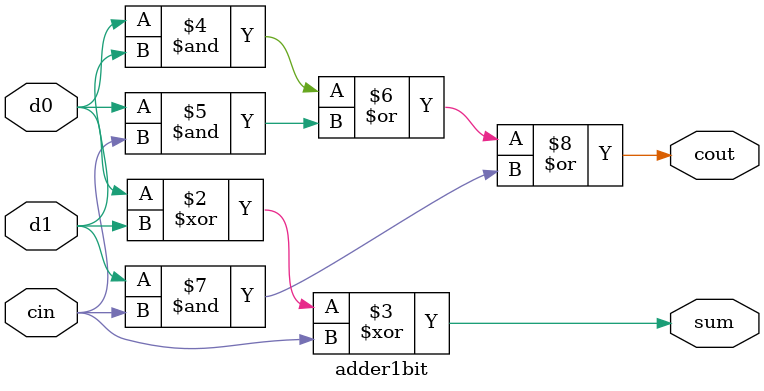
<source format=v>
`timescale 1ns / 1ps


module adder1bit(d0,d1,cin,sum,cout);
input d0,d1,cin;
output reg sum,cout;
always@(d0,d1,cin)
begin
    sum=d0^d1^cin;
    cout=(d0&d1)|(d0&cin)|(d1&cin);
end
endmodule

</source>
